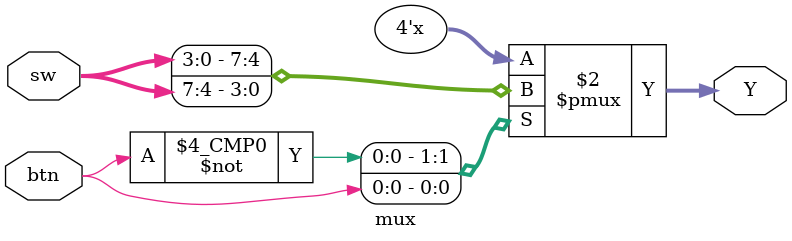
<source format=v>
`timescale 1ns / 1ps


module mux(
input btn,
input[7:0] sw,
output reg [3:0] Y
    );
    
    always @(*)
    begin
    case(btn)
    
     1'b0: Y = sw[3:0];
      1'b1: Y = sw[7:4];
     
    endcase
    end
    
endmodule






</source>
